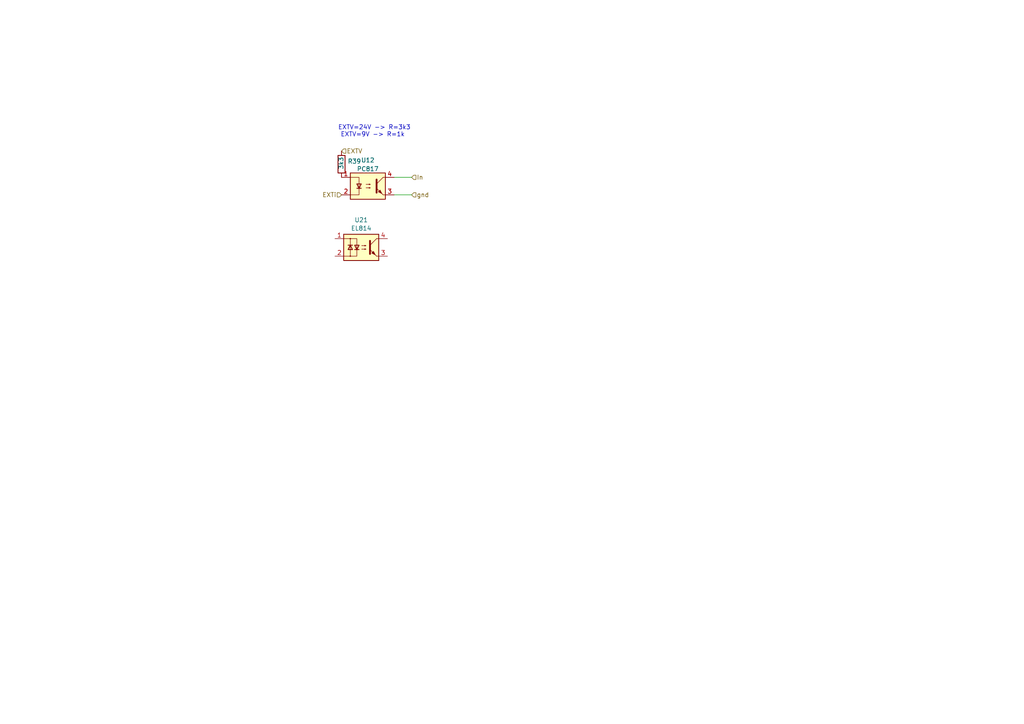
<source format=kicad_sch>
(kicad_sch (version 20240101) (generator "eeschema") (generator_version "8.99")
  (paper "A4")
  (title_block (date "2024-03-18") (company "SAO RAS") (comment 1 "Instead of PEP controller"))
  (lib_symbols
    (symbol "Device:R" (pin_numbers hide) (pin_names (offset 0))
      (property "Reference" "R" (at 2.032 0 90))
      (property "Value" "R" (at 0 0 90))
      (symbol "R_0_1"
        (rectangle (start -1.016 -2.54) (end 1.016 2.54) (stroke (width 0.254)))
      )
      (symbol "R_1_1"
        (pin passive line (at 0 3.81 270) (length 1.27) (name "~") (number "1"))
        (pin passive line (at 0 -3.81 90) (length 1.27) (name "~") (number "2"))
      )
    )
    (symbol "Isolator:EL814" (pin_names (offset 1.016))
      (property "Reference" "U" (at -5.334 4.826 0))
      (property "Value" "EL814" (at 0 5.08 0))
      (symbol "EL814_0_1"
        (rectangle (start -5.08 3.81) (end 5.08 -3.81) (stroke (width 0.254)) (fill (type background)))
        (circle (center -3.175 -2.54) (radius 0.127))
        (circle (center -3.175 2.54) (radius 0.127))
        (polyline (pts (xy -3.81 0.635) (xy -2.54 0.635)) (stroke (width 0.254)))
        (polyline (pts (xy -3.175 -0.635) (xy -3.175 -2.54)))
        (polyline (pts (xy -3.175 0.635) (xy -3.175 -0.635)))
        (polyline (pts (xy -3.175 0.635) (xy -3.175 2.54)))
        (polyline (pts (xy -1.905 -0.635) (xy -0.635 -0.635)) (stroke (width 0.254)))
        (polyline (pts (xy -1.27 0.635) (xy -1.27 -0.635)))
        (polyline (pts (xy 2.54 0.635) (xy 4.445 2.54)))
        (polyline (pts (xy 4.445 -2.54) (xy 2.54 -0.635)) (fill (type outline)))
        (polyline (pts (xy 4.445 -2.54) (xy 5.08 -2.54)))
        (polyline (pts (xy 4.445 2.54) (xy 5.08 2.54)))
        (polyline (pts (xy -5.08 2.54) (xy -1.27 2.54) (xy -1.27 0.635)))
        (polyline (pts (xy -1.27 -0.635) (xy -1.27 -2.54) (xy -5.08 -2.54)))
        (polyline (pts (xy 2.54 1.905) (xy 2.54 -1.905) (xy 2.54 -1.905)) (stroke (width 0.508)))
        (polyline (pts (xy -3.175 0.635) (xy -3.81 -0.635) (xy -2.54 -0.635) (xy -3.175 0.635)) (stroke (width 0.254)))
        (polyline (pts (xy -1.27 -0.635) (xy -1.905 0.635) (xy -0.635 0.635) (xy -1.27 -0.635)) (stroke (width 0.254)))
        (polyline (pts (xy 0.127 -0.508) (xy 1.397 -0.508) (xy 1.016 -0.635) (xy 1.016 -0.381) (xy 1.397 -0.508)))
        (polyline (pts (xy 0.127 0.508) (xy 1.397 0.508) (xy 1.016 0.381) (xy 1.016 0.635) (xy 1.397 0.508)))
        (polyline (pts (xy 3.048 -1.651) (xy 3.556 -1.143) (xy 4.064 -2.159) (xy 3.048 -1.651) (xy 3.048 -1.651)) (fill (type outline)))
      )
      (symbol "EL814_1_1"
        (pin passive line (at -7.62 2.54 0) (length 2.54) (name "~") (number "1"))
        (pin passive line (at -7.62 -2.54 0) (length 2.54) (name "~") (number "2"))
        (pin passive line (at 7.62 -2.54 180) (length 2.54) (name "~") (number "3"))
        (pin passive line (at 7.62 2.54 180) (length 2.54) (name "~") (number "4"))
      )
    )
    (symbol "Isolator:PC817" (pin_names (offset 1.016))
      (property "Reference" "U" (at -5.08 5.08 0))
      (property "Value" "PC817" (at 0 5.08 0))
      (symbol "PC817_0_1"
        (rectangle (start -5.08 3.81) (end 5.08 -3.81) (stroke (width 0.254)) (fill (type background)))
        (polyline (pts (xy -3.175 -0.635) (xy -1.905 -0.635)) (stroke (width 0.254)))
        (polyline (pts (xy 2.54 0.635) (xy 4.445 2.54)))
        (polyline (pts (xy 4.445 -2.54) (xy 2.54 -0.635)) (fill (type outline)))
        (polyline (pts (xy 4.445 -2.54) (xy 5.08 -2.54)))
        (polyline (pts (xy 4.445 2.54) (xy 5.08 2.54)))
        (polyline (pts (xy -5.08 2.54) (xy -2.54 2.54) (xy -2.54 -0.635)))
        (polyline (pts (xy -2.54 -0.635) (xy -2.54 -2.54) (xy -5.08 -2.54)))
        (polyline (pts (xy 2.54 1.905) (xy 2.54 -1.905) (xy 2.54 -1.905)) (stroke (width 0.508)))
        (polyline (pts (xy -2.54 -0.635) (xy -3.175 0.635) (xy -1.905 0.635) (xy -2.54 -0.635)) (stroke (width 0.254)))
        (polyline (pts (xy -0.508 -0.508) (xy 0.762 -0.508) (xy 0.381 -0.635) (xy 0.381 -0.381) (xy 0.762 -0.508)))
        (polyline (pts (xy -0.508 0.508) (xy 0.762 0.508) (xy 0.381 0.381) (xy 0.381 0.635) (xy 0.762 0.508)))
        (polyline (pts (xy 3.048 -1.651) (xy 3.556 -1.143) (xy 4.064 -2.159) (xy 3.048 -1.651) (xy 3.048 -1.651)) (fill (type outline)))
      )
      (symbol "PC817_1_1"
        (pin passive line (at -7.62 2.54 0) (length 2.54) (name "~") (number "1"))
        (pin passive line (at -7.62 -2.54 0) (length 2.54) (name "~") (number "2"))
        (pin passive line (at 7.62 -2.54 180) (length 2.54) (name "~") (number "3"))
        (pin passive line (at 7.62 2.54 180) (length 2.54) (name "~") (number "4"))
      )
    )
  )
  (wire (pts (xy 119.38 51.435) (xy 114.3 51.435)))
  (wire (pts (xy 114.3 56.515) (xy 119.38 56.515)))
  (text "EXTV=24V -> R=3k3\nEXTV=9V -> R=1k " (at 108.585 38.1 0) (effects (font (size 1.27 1.27))))
  (hierarchical_label "EXTV" (shape input) (at 99.06 43.815 0))
  (hierarchical_label "In" (shape input) (at 119.38 51.435 0))
  (hierarchical_label "gnd" (shape input) (at 119.38 56.515 0))
  (hierarchical_label "EXTi" (shape input) (at 99.06 56.515 180))
  (symbol (lib_id "Device:R") (at 99.06 47.625 0) (unit 1)
    (property "Reference" "R39" (at 100.838 46.7903 0) (effects (justify left)))
    (property "Value" "3k3" (at 98.933 49.149 90) (effects (justify left)))
    (property "Footprint" "Resistor_SMD:R_2010_5025Metric_Pad1.40x2.65mm_HandSolder" (effects (hide yes)))
    (instances (project "stm32" (path "" (reference "R39") (unit 1)) (path "" (reference "R43") (unit 1)) (path "" (reference "R45") (unit 1)) (path "" (reference "R40") (unit 1)) (path "" (reference "R41") (unit 1)) (path "" (reference "R42") (unit 1)) (path "" (reference "R44") (unit 1)) (path "" (reference "R46") (unit 1))))
  )
  (symbol (lib_id "Isolator:PC817") (at 106.68 53.975 0) (unit 1)
    (property "Reference" "U12" (at 106.68 46.4652 0))
    (property "Value" "PC817" (at 106.68 49.0021 0))
    (property "Footprint" "Package_DIP:DIP-4_W7.62mm" (effects (hide yes)))
    (property "Datasheet" "http://www.soselectronic.cz/a_info/resource/d/pc817.pdf" (effects (hide yes)))
    (instances (project "stm32" (path "" (reference "U12") (unit 1)) (path "" (reference "U16") (unit 1)) (path "" (reference "U18") (unit 1)) (path "" (reference "U13") (unit 1)) (path "" (reference "U14") (unit 1)) (path "" (reference "U15") (unit 1)) (path "" (reference "U17") (unit 1)) (path "" (reference "U19") (unit 1))))
  )
  (symbol (lib_id "Isolator:EL814") (at 104.775 71.755 0) (unit 1)
    (property "Reference" "U21" (at 104.775 63.8005 0))
    (property "Value" "EL814" (at 104.775 66.2248 0))
    (property "Datasheet" "http://www.everlight.com/file/ProductFile/EL814.pdf" (effects (hide yes)))
    (property "Description" "AC/DC NPN Optocoupler, DIP4/SMD4" (effects (hide yes)))
    (instances (project "stm32" (path "" (reference "U21") (unit 1)) (path "" (reference "U20") (unit 1)) (path "" (reference "U22") (unit 1)) (path "" (reference "U23") (unit 1)) (path "" (reference "U24") (unit 1)) (path "" (reference "U25") (unit 1)) (path "" (reference "U26") (unit 1)) (path "" (reference "U27") (unit 1))))
  )
)
</source>
